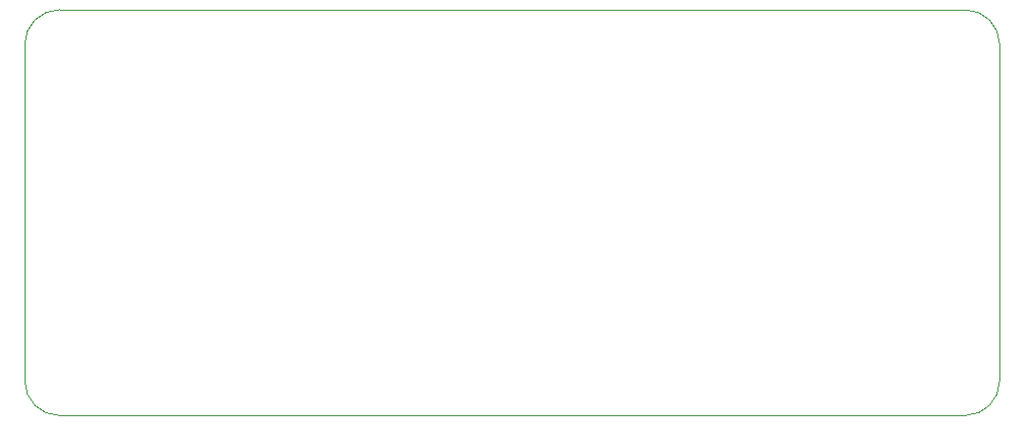
<source format=gbr>
%TF.GenerationSoftware,KiCad,Pcbnew,8.0.6*%
%TF.CreationDate,2024-11-11T13:09:46+02:00*%
%TF.ProjectId,PC104_Debug_PCB,50433130-345f-4446-9562-75675f504342,rev?*%
%TF.SameCoordinates,Original*%
%TF.FileFunction,Profile,NP*%
%FSLAX46Y46*%
G04 Gerber Fmt 4.6, Leading zero omitted, Abs format (unit mm)*
G04 Created by KiCad (PCBNEW 8.0.6) date 2024-11-11 13:09:46*
%MOMM*%
%LPD*%
G01*
G04 APERTURE LIST*
%TA.AperFunction,Profile*%
%ADD10C,0.050000*%
%TD*%
G04 APERTURE END LIST*
D10*
X168975000Y-87575000D02*
X90975000Y-87575000D01*
X90975000Y-87575000D02*
G75*
G02*
X87975000Y-84575000I0J3000000D01*
G01*
X171975000Y-84575000D02*
G75*
G02*
X168975000Y-87575000I-3000000J0D01*
G01*
X87975000Y-84575000D02*
X87975000Y-55575000D01*
X90975000Y-52575000D02*
X168975000Y-52575000D01*
X171975000Y-55575000D02*
X171975000Y-84575000D01*
X168975000Y-52575000D02*
G75*
G02*
X171975000Y-55575000I0J-3000000D01*
G01*
X87975000Y-55575000D02*
G75*
G02*
X90975000Y-52575000I3000000J0D01*
G01*
M02*

</source>
